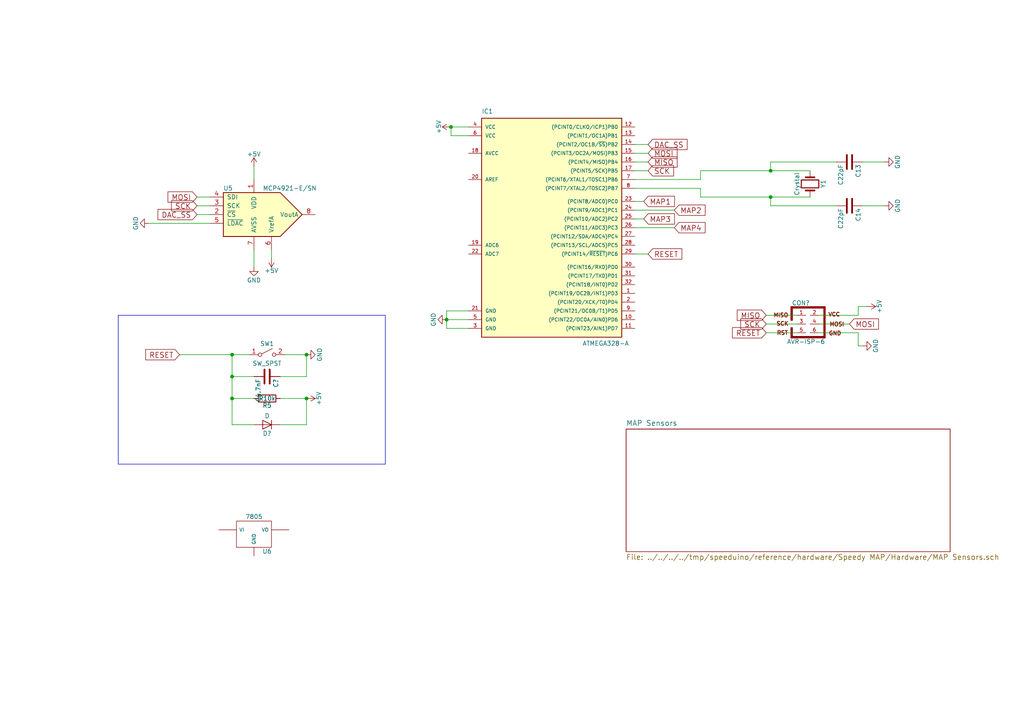
<source format=kicad_sch>
(kicad_sch (version 20230121) (generator eeschema)
  (paper "A4")
  (lib_symbols
    (symbol "SpeedyMAP-rescue:+5V" (power) (pin_names (offset 0))
      (property "Value" "+5V" (at 0 3.556 0))
      (symbol "+5V_0_1"
        (polyline (pts (xy -0.762 1.27) (xy 0 2.54)))
        (polyline (pts (xy 0 0) (xy 0 2.54)))
        (polyline (pts (xy 0 2.54) (xy 0.762 1.27)))
      )
      (symbol "+5V_1_1"
        (pin power_in line (at 0 0 90) (length 0) hide (name "+5V") (number "1"))
      )
    )
    (symbol "SpeedyMAP-rescue:7805" (pin_numbers hide) (pin_names (offset 0.762))
      (property "Reference" "U" (at 3.81 -4.9784 0))
      (property "Value" "7805" (at 0 5.08 0))
      (symbol "7805_0_1"
        (rectangle (start -5.08 -3.81) (end 5.08 3.81))
      )
      (symbol "7805_1_1"
        (pin input line (at 0 -6.35 90) (length 2.54) (name "GND") (number "GND"))
        (pin input line (at -10.16 1.27 0) (length 5.08) (name "VI") (number "VI"))
        (pin power_out line (at 10.16 1.27 180) (length 5.08) (name "VO") (number "VO"))
      )
    )
    (symbol "SpeedyMAP-rescue:ATMEGA328-A" (pin_names (offset 1.016))
      (property "Reference" "IC" (at -19.05 31.75 0))
      (property "Value" "ATMEGA328-A" (at 10.16 -35.56 0))
      (property "Footprint" "TQFP32" (at 0 0 0))
      (symbol "ATMEGA328-A_0_1"
        (rectangle (start -19.05 30.48) (end 21.59 -33.02) (stroke (width 0.254)) (fill (type background)))
      )
      (symbol "ATMEGA328-A_1_1"
        (pin bidirectional line (at 25.4 -20.32 180) (length 3.81) (name "(PCINT19/OC2B/INT1)PD3") (number "1"))
        (pin bidirectional line (at 25.4 -27.94 180) (length 3.81) (name "(PCINT22/OC0A/AIN0)PD6") (number "10"))
        (pin bidirectional line (at 25.4 -30.48 180) (length 3.81) (name "(PCINT23/AIN1)PD7") (number "11"))
        (pin bidirectional line (at 25.4 27.94 180) (length 3.81) (name "(PCINT0/CLKO/ICP1)PB0") (number "12"))
        (pin bidirectional line (at 25.4 25.4 180) (length 3.81) (name "(PCINT1/OC1A)PB1") (number "13"))
        (pin bidirectional line (at 25.4 22.86 180) (length 3.81) (name "(PCINT2/OC1B/~{SS})PB2") (number "14"))
        (pin bidirectional line (at 25.4 20.32 180) (length 3.81) (name "(PCINT3/OC2A/MOSI)PB3") (number "15"))
        (pin bidirectional line (at 25.4 17.78 180) (length 3.81) (name "(PCINT4/MISO)PB4") (number "16"))
        (pin bidirectional line (at 25.4 15.24 180) (length 3.81) (name "(PCINT5/SCK)PB5") (number "17"))
        (pin power_in line (at -22.86 20.32 0) (length 3.81) (name "AVCC") (number "18"))
        (pin input line (at -22.86 -6.35 0) (length 3.81) (name "ADC6") (number "19"))
        (pin bidirectional line (at 25.4 -22.86 180) (length 3.81) (name "(PCINT20/XCK/T0)PD4") (number "2"))
        (pin bidirectional line (at -22.86 12.7 0) (length 3.81) (name "AREF") (number "20"))
        (pin power_in line (at -22.86 -25.4 0) (length 3.81) (name "GND") (number "21"))
        (pin input line (at -22.86 -8.89 0) (length 3.81) (name "ADC7") (number "22"))
        (pin bidirectional line (at 25.4 6.35 180) (length 3.81) (name "(PCINT8/ADC0)PC0") (number "23"))
        (pin bidirectional line (at 25.4 3.81 180) (length 3.81) (name "(PCINT9/ADC1)PC1") (number "24"))
        (pin bidirectional line (at 25.4 1.27 180) (length 3.81) (name "(PCINT10/ADC2)PC2") (number "25"))
        (pin bidirectional line (at 25.4 -1.27 180) (length 3.81) (name "(PCINT11/ADC3)PC3") (number "26"))
        (pin bidirectional line (at 25.4 -3.81 180) (length 3.81) (name "(PCINT12/SDA/ADC4)PC4") (number "27"))
        (pin bidirectional line (at 25.4 -6.35 180) (length 3.81) (name "(PCINT13/SCL/ADC5)PC5") (number "28"))
        (pin bidirectional line (at 25.4 -8.89 180) (length 3.81) (name "(PCINT14/~{RESET})PC6") (number "29"))
        (pin power_in line (at -22.86 -30.48 0) (length 3.81) (name "GND") (number "3"))
        (pin bidirectional line (at 25.4 -12.7 180) (length 3.81) (name "(PCINT16/RXD)PD0") (number "30"))
        (pin bidirectional line (at 25.4 -15.24 180) (length 3.81) (name "(PCINT17/TXD)PD1") (number "31"))
        (pin bidirectional line (at 25.4 -17.78 180) (length 3.81) (name "(PCINT18/INT0)PD2") (number "32"))
        (pin power_in line (at -22.86 27.94 0) (length 3.81) (name "VCC") (number "4"))
        (pin power_in line (at -22.86 -27.94 0) (length 3.81) (name "GND") (number "5"))
        (pin power_in line (at -22.86 25.4 0) (length 3.81) (name "VCC") (number "6"))
        (pin bidirectional line (at 25.4 12.7 180) (length 3.81) (name "(PCINT6/XTAL1/TOSC1)PB6") (number "7"))
        (pin bidirectional line (at 25.4 10.16 180) (length 3.81) (name "(PCINT7/XTAL2/TOSC2)PB7") (number "8"))
        (pin bidirectional line (at 25.4 -25.4 180) (length 3.81) (name "(PCINT21/OC0B/T1)PD5") (number "9"))
      )
    )
    (symbol "SpeedyMAP-rescue:AVR-ISP-6" (pin_names (offset 1.016))
      (property "Reference" "CON" (at -2.667 6.096 0))
      (property "Value" "AVR-ISP-6" (at -6.731 -5.842 0))
      (symbol "AVR-ISP-6_0_0"
        (text "SCK" (at -8.001 0.127 0) (effects (font (size 1.143 1.143) bold)))
        (text "VCC" (at 6.985 2.794 0) (effects (font (size 1.143 1.143) bold)))
      )
      (symbol "AVR-ISP-6_0_1"
        (rectangle (start -5.207 -3.556) (end 4.191 -4.064) (fill (type outline)))
        (rectangle (start -5.207 5.08) (end 3.937 4.572) (fill (type outline)))
        (rectangle (start -5.08 -4.064) (end -5.588 -1.016) (fill (type outline)))
        (rectangle (start -5.08 5.08) (end -5.588 1.016) (fill (type outline)))
        (rectangle (start 3.937 5.08) (end 4.445 -4.064) (fill (type outline)))
      )
      (symbol "AVR-ISP-6_1_0"
        (text "GND" (at 7.239 -2.667 0) (effects (font (size 1.143 1.143) bold)))
        (text "MISO" (at -8.4582 2.5908 0) (effects (font (size 1.143 1.143) bold)))
        (text "MOSI" (at 7.7978 -0.0508 0) (effects (font (size 1.143 1.143) bold)))
        (text "RST" (at -8.001 -2.54 0) (effects (font (size 1.143 1.143) bold)))
      )
      (symbol "AVR-ISP-6_1_1"
        (pin passive line (at -3.81 2.54 0) (length 2.54) (name "~") (number "1"))
        (pin passive line (at 2.54 2.54 180) (length 2.54) (name "~") (number "2"))
        (pin passive line (at -3.81 0 0) (length 2.54) (name "~") (number "3"))
        (pin passive line (at 2.54 0 180) (length 2.54) (name "~") (number "4"))
        (pin passive line (at -3.81 -2.54 0) (length 2.54) (name "~") (number "5"))
        (pin passive line (at 2.54 -2.54 180) (length 2.54) (name "~") (number "6"))
      )
    )
    (symbol "SpeedyMAP-rescue:C" (pin_numbers hide) (pin_names (offset 0.254))
      (property "Reference" "C" (at 0.635 2.54 0))
      (property "Value" "C" (at 0.635 -2.54 0))
      (symbol "C_0_1"
        (polyline (pts (xy -2.032 -0.762) (xy 2.032 -0.762)) (stroke (width 0.508)))
        (polyline (pts (xy -2.032 0.762) (xy 2.032 0.762)) (stroke (width 0.508)))
      )
      (symbol "C_1_1"
        (pin passive line (at 0 3.81 270) (length 2.794) (name "~") (number "1"))
        (pin passive line (at 0 -3.81 90) (length 2.794) (name "~") (number "2"))
      )
    )
    (symbol "SpeedyMAP-rescue:Crystal" (pin_numbers hide) (pin_names (offset 1.016) hide)
      (property "Reference" "Y" (at 0 3.81 0))
      (property "Value" "Crystal" (at 0 -3.81 0))
      (symbol "Crystal_0_1"
        (rectangle (start -1.143 2.54) (end 1.143 -2.54) (stroke (width 0.3048)))
        (polyline (pts (xy -2.54 0) (xy -1.905 0)))
        (polyline (pts (xy -1.905 -1.27) (xy -1.905 1.27)) (stroke (width 0.508)))
        (polyline (pts (xy 1.905 -1.27) (xy 1.905 1.27)) (stroke (width 0.508)))
        (polyline (pts (xy 2.54 0) (xy 1.905 0)))
      )
      (symbol "Crystal_1_1"
        (pin passive line (at -3.81 0 0) (length 1.27) (name "1") (number "1"))
        (pin passive line (at 3.81 0 180) (length 1.27) (name "2") (number "2"))
      )
    )
    (symbol "SpeedyMAP-rescue:D" (pin_numbers hide) (pin_names (offset 1.016) hide)
      (property "Reference" "D" (at 0 2.54 0))
      (property "Value" "D" (at 0 -2.54 0))
      (symbol "D_0_1"
        (polyline (pts (xy -1.27 1.27) (xy -1.27 -1.27)) (stroke (width 0.2032)))
        (polyline (pts (xy 1.27 0) (xy -1.27 0)))
        (polyline (pts (xy 1.27 1.27) (xy 1.27 -1.27) (xy -1.27 0) (xy 1.27 1.27)) (stroke (width 0.2032)))
      )
      (symbol "D_1_1"
        (pin passive line (at -3.81 0 0) (length 2.54) (name "K") (number "1"))
        (pin passive line (at 3.81 0 180) (length 2.54) (name "A") (number "2"))
      )
    )
    (symbol "SpeedyMAP-rescue:GND" (power) (pin_names (offset 0))
      (property "Value" "GND" (at 0 -3.81 0))
      (symbol "GND_0_1"
        (polyline (pts (xy 0 0) (xy 0 -1.27) (xy 1.27 -1.27) (xy 0 -2.54) (xy -1.27 -1.27) (xy 0 -1.27)))
      )
      (symbol "GND_1_1"
        (pin power_in line (at 0 0 270) (length 0) hide (name "GND") (number "1"))
      )
    )
    (symbol "SpeedyMAP-rescue:MCP4921-E/SN" (pin_names (offset 1.016))
      (property "Reference" "U" (at -11.43 7.62 0))
      (property "Value" "MCP4921-E/SN" (at 0 7.62 0))
      (symbol "MCP4921-E/SN_0_1"
        (polyline (pts (xy -11.43 6.35) (xy 5.08 6.35) (xy 11.43 0) (xy 5.08 -6.35) (xy -11.43 -6.35) (xy -11.43 6.35)) (stroke (width 0.254)) (fill (type background)))
      )
      (symbol "MCP4921-E/SN_1_1"
        (pin power_in line (at -2.54 10.16 270) (length 3.81) (name "VDD") (number "1"))
        (pin input line (at -15.24 0 0) (length 3.81) (name "~{CS}") (number "2"))
        (pin input line (at -15.24 2.54 0) (length 3.81) (name "SCK") (number "3"))
        (pin input line (at -15.24 5.08 0) (length 3.81) (name "SDI") (number "4"))
        (pin input line (at -15.24 -2.54 0) (length 3.81) (name "~{LDAC}") (number "5"))
        (pin passive line (at 2.54 -10.16 90) (length 3.81) (name "VrefA") (number "6"))
        (pin power_in line (at -2.54 -10.16 90) (length 3.81) (name "AVSS") (number "7"))
        (pin passive line (at 15.24 0 180) (length 3.81) (name "VoutA") (number "8"))
      )
    )
    (symbol "SpeedyMAP-rescue:R" (pin_numbers hide) (pin_names (offset 0))
      (property "Reference" "R" (at 2.032 0 90))
      (property "Value" "R" (at 0 0 90))
      (symbol "R_0_1"
        (rectangle (start -1.016 -2.54) (end 1.016 2.54) (stroke (width 0.254)))
      )
      (symbol "R_1_1"
        (pin passive line (at 0 3.81 270) (length 1.27) (name "~") (number "1"))
        (pin passive line (at 0 -3.81 90) (length 1.27) (name "~") (number "2"))
      )
    )
    (symbol "SpeedyMAP-rescue:SW_SPST" (pin_names (offset 0) hide)
      (property "Reference" "SW" (at 0 3.175 0))
      (property "Value" "SW_SPST" (at 0 -2.54 0))
      (symbol "SW_SPST_0_0"
        (circle (center -2.032 0) (radius 0.508))
        (polyline (pts (xy -1.524 0.254) (xy 1.524 1.778)))
        (circle (center 2.032 0) (radius 0.508))
      )
      (symbol "SW_SPST_1_1"
        (pin input line (at -5.08 0 0) (length 2.54) (name "A") (number "1"))
        (pin input line (at 5.08 0 180) (length 2.54) (name "B") (number "2"))
      )
    )
  )
  (junction (at 223.52 57.15))
  (junction (at 223.52 49.53))
  (junction (at 67.31 115.57))
  (junction (at 88.9 102.87))
  (junction (at 67.31 109.22))
  (junction (at 130.81 36.83))
  (junction (at 67.31 102.87))
  (junction (at 88.9 115.57))
  (junction (at 129.54 92.71))
  (wire (pts (xy 248.92 100.33) (xy 250.19 100.33)))
  (wire (pts (xy 223.52 49.53) (xy 234.95 49.53)))
  (wire (pts (xy 67.31 102.87) (xy 67.31 109.22)))
  (wire (pts (xy 130.81 39.37) (xy 130.81 36.83)))
  (wire (pts (xy 187.96 46.99) (xy 184.15 46.99)))
  (wire (pts (xy 67.31 102.87) (xy 72.39 102.87)))
  (wire (pts (xy 184.15 63.5) (xy 186.69 63.5)))
  (wire (pts (xy 67.31 115.57) (xy 67.31 123.19)))
  (wire (pts (xy 184.15 52.07) (xy 203.2 52.07)))
  (wire (pts (xy 73.66 48.26) (xy 73.66 52.07)))
  (wire (pts (xy 187.96 44.45) (xy 184.15 44.45)))
  (wire (pts (xy 81.28 109.22) (xy 88.9 109.22)))
  (polyline (pts (xy 34.29 134.62) (xy 34.29 91.44)))
  (wire (pts (xy 223.52 46.99) (xy 242.57 46.99)))
  (wire (pts (xy 237.49 96.52) (xy 248.92 96.52)))
  (polyline (pts (xy 111.76 91.44) (xy 111.76 134.62)))
  (wire (pts (xy 250.19 46.99) (xy 256.54 46.99)))
  (wire (pts (xy 57.15 59.69) (xy 60.96 59.69)))
  (wire (pts (xy 223.52 49.53) (xy 223.52 46.99)))
  (wire (pts (xy 203.2 52.07) (xy 203.2 49.53)))
  (wire (pts (xy 184.15 66.04) (xy 195.58 66.04)))
  (wire (pts (xy 248.92 88.9) (xy 251.46 88.9)))
  (wire (pts (xy 187.96 49.53) (xy 184.15 49.53)))
  (wire (pts (xy 222.25 93.98) (xy 231.14 93.98)))
  (wire (pts (xy 78.74 74.93) (xy 78.74 72.39)))
  (wire (pts (xy 88.9 102.87) (xy 82.55 102.87)))
  (wire (pts (xy 248.92 91.44) (xy 248.92 88.9)))
  (wire (pts (xy 88.9 109.22) (xy 88.9 102.87)))
  (polyline (pts (xy 111.76 134.62) (xy 34.29 134.62)))
  (wire (pts (xy 81.28 123.19) (xy 88.9 123.19)))
  (wire (pts (xy 67.31 109.22) (xy 73.66 109.22)))
  (wire (pts (xy 88.9 115.57) (xy 81.28 115.57)))
  (wire (pts (xy 223.52 57.15) (xy 223.52 59.69)))
  (wire (pts (xy 57.15 57.15) (xy 60.96 57.15)))
  (wire (pts (xy 223.52 59.69) (xy 242.57 59.69)))
  (wire (pts (xy 203.2 57.15) (xy 223.52 57.15)))
  (wire (pts (xy 184.15 60.96) (xy 195.58 60.96)))
  (wire (pts (xy 67.31 123.19) (xy 73.66 123.19)))
  (wire (pts (xy 135.89 39.37) (xy 130.81 39.37)))
  (wire (pts (xy 129.54 92.71) (xy 135.89 92.71)))
  (wire (pts (xy 135.89 90.17) (xy 129.54 90.17)))
  (wire (pts (xy 129.54 92.71) (xy 129.54 95.25)))
  (wire (pts (xy 43.18 64.77) (xy 60.96 64.77)))
  (wire (pts (xy 88.9 123.19) (xy 88.9 115.57)))
  (wire (pts (xy 222.25 96.52) (xy 231.14 96.52)))
  (wire (pts (xy 73.66 77.47) (xy 73.66 72.39)))
  (wire (pts (xy 250.19 59.69) (xy 256.54 59.69)))
  (wire (pts (xy 246.38 93.98) (xy 237.49 93.98)))
  (wire (pts (xy 184.15 58.42) (xy 186.69 58.42)))
  (wire (pts (xy 187.96 73.66) (xy 184.15 73.66)))
  (wire (pts (xy 130.81 36.83) (xy 135.89 36.83)))
  (wire (pts (xy 184.15 54.61) (xy 203.2 54.61)))
  (wire (pts (xy 129.54 90.17) (xy 129.54 92.71)))
  (wire (pts (xy 203.2 49.53) (xy 223.52 49.53)))
  (wire (pts (xy 187.96 41.91) (xy 184.15 41.91)))
  (wire (pts (xy 223.52 57.15) (xy 234.95 57.15)))
  (polyline (pts (xy 34.29 91.44) (xy 111.76 91.44)))
  (wire (pts (xy 248.92 96.52) (xy 248.92 100.33)))
  (wire (pts (xy 222.25 91.44) (xy 231.14 91.44)))
  (wire (pts (xy 237.49 91.44) (xy 248.92 91.44)))
  (wire (pts (xy 52.07 102.87) (xy 67.31 102.87)))
  (wire (pts (xy 129.54 95.25) (xy 135.89 95.25)))
  (wire (pts (xy 203.2 54.61) (xy 203.2 57.15)))
  (wire (pts (xy 67.31 115.57) (xy 73.66 115.57)))
  (wire (pts (xy 57.15 62.23) (xy 60.96 62.23)))
  (wire (pts (xy 67.31 109.22) (xy 67.31 115.57)))
  (global_label "SCK" (shape input) (at 187.96 49.53 0) (effects (font (size 1.524 1.524))) (property "Intersheetrefs" "${INTERSHEET_REFS}" (effects hide)))
  (global_label "SCK" (shape input) (at 222.25 93.98 180) (effects (font (size 1.524 1.524))) (property "Intersheetrefs" "${INTERSHEET_REFS}" (effects hide)))
  (global_label "DAC_SS" (shape input) (at 57.15 62.23 180) (effects (font (size 1.524 1.524))) (property "Intersheetrefs" "${INTERSHEET_REFS}" (effects hide)))
  (global_label "DAC_SS" (shape input) (at 187.96 41.91 0) (effects (font (size 1.524 1.524))) (property "Intersheetrefs" "${INTERSHEET_REFS}" (effects hide)))
  (global_label "MAP3" (shape input) (at 186.69 63.5 0) (effects (font (size 1.524 1.524))) (property "Intersheetrefs" "${INTERSHEET_REFS}" (effects hide)))
  (global_label "MAP1" (shape input) (at 186.69 58.42 0) (effects (font (size 1.524 1.524))) (property "Intersheetrefs" "${INTERSHEET_REFS}" (effects hide)))
  (global_label "RESET" (shape input) (at 222.25 96.52 180) (effects (font (size 1.524 1.524))) (property "Intersheetrefs" "${INTERSHEET_REFS}" (effects hide)))
  (global_label "MISO" (shape input) (at 187.96 46.99 0) (effects (font (size 1.524 1.524))) (property "Intersheetrefs" "${INTERSHEET_REFS}" (effects hide)))
  (global_label "MOSI" (shape input) (at 187.96 44.45 0) (effects (font (size 1.524 1.524))) (property "Intersheetrefs" "${INTERSHEET_REFS}" (effects hide)))
  (global_label "MAP4" (shape input) (at 195.58 66.04 0) (effects (font (size 1.524 1.524))) (property "Intersheetrefs" "${INTERSHEET_REFS}" (effects hide)))
  (global_label "MISO" (shape input) (at 222.25 91.44 180) (effects (font (size 1.524 1.524))) (property "Intersheetrefs" "${INTERSHEET_REFS}" (effects hide)))
  (global_label "MOSI" (shape input) (at 57.15 57.15 180) (effects (font (size 1.524 1.524))) (property "Intersheetrefs" "${INTERSHEET_REFS}" (effects hide)))
  (global_label "MOSI" (shape input) (at 246.38 93.98 0) (effects (font (size 1.524 1.524))) (property "Intersheetrefs" "${INTERSHEET_REFS}" (effects hide)))
  (global_label "RESET" (shape input) (at 187.96 73.66 0) (effects (font (size 1.524 1.524))) (property "Intersheetrefs" "${INTERSHEET_REFS}" (effects hide)))
  (global_label "SCK" (shape input) (at 57.15 59.69 180) (effects (font (size 1.524 1.524))) (property "Intersheetrefs" "${INTERSHEET_REFS}" (effects hide)))
  (global_label "MAP2" (shape input) (at 195.58 60.96 0) (effects (font (size 1.524 1.524))) (property "Intersheetrefs" "${INTERSHEET_REFS}" (effects hide)))
  (global_label "RESET" (shape input) (at 52.07 102.87 180) (effects (font (size 1.524 1.524))) (property "Intersheetrefs" "${INTERSHEET_REFS}" (effects hide)))
  (symbol (lib_id "SpeedyMAP-rescue:ATMEGA328-A") (at 158.75 64.77 0) (unit 1)
    (property "Reference" "IC1" (at 139.7 33.02 0) (effects (justify left bottom)))
    (property "Value" "ATMEGA328-A" (at 168.91 100.33 0) (effects (justify left bottom)))
    (property "Footprint" "Housings_QFP:TQFP-32_7x7mm_Pitch0.8mm" (effects hide))
  )
  (symbol (lib_id "SpeedyMAP-rescue:Crystal") (at 234.95 53.34 270) (unit 1)
    (property "Reference" "Y1" (at 238.76 53.34 0))
    (property "Value" "Crystal" (at 231.14 53.34 0))
    (property "Footprint" "Crystals:Crystal_HC49-SD_SMD" (effects hide))
  )
  (symbol (lib_id "SpeedyMAP-rescue:C") (at 246.38 46.99 270) (unit 1)
    (property "Reference" "C13" (at 248.92 47.625 0) (effects (justify left)))
    (property "Value" "C22pF" (at 243.84 47.625 0) (effects (justify left)))
    (property "Footprint" "Capacitors_SMD:C_0805_HandSoldering" (effects hide))
  )
  (symbol (lib_id "SpeedyMAP-rescue:GND") (at 256.54 46.99 90) (unit 1)
    (property "Reference" "#PWR9" (effects hide))
    (property "Value" "GND" (at 260.35 46.99 0))
  )
  (symbol (lib_id "SpeedyMAP-rescue:GND") (at 256.54 59.69 90) (unit 1)
    (property "Reference" "#PWR10" (effects hide))
    (property "Value" "GND" (at 260.35 59.69 0))
  )
  (symbol (lib_id "SpeedyMAP-rescue:C") (at 246.38 59.69 270) (unit 1)
    (property "Reference" "C14" (at 248.92 60.325 0) (effects (justify left)))
    (property "Value" "C22pF" (at 243.84 60.325 0) (effects (justify left)))
    (property "Footprint" "Capacitors_SMD:C_0805_HandSoldering" (effects hide))
  )
  (symbol (lib_id "SpeedyMAP-rescue:SW_SPST") (at 77.47 102.87 0) (unit 1)
    (property "Reference" "SW1" (at 77.47 99.695 0))
    (property "Value" "SW_SPST" (at 77.47 105.41 0))
    (property "Footprint" "Buttons_Switches_ThroughHole:SW_TH_Tactile_Omron_B3F-10xx" (effects hide))
    (property "Part Number" "B3F-1002" (effects hide))
  )
  (symbol (lib_id "SpeedyMAP-rescue:GND") (at 88.9 102.87 90) (unit 1)
    (property "Reference" "#PWR7" (effects hide))
    (property "Value" "GND" (at 92.71 102.87 0))
  )
  (symbol (lib_id "SpeedyMAP-rescue:R") (at 77.47 115.57 270) (unit 1)
    (property "Reference" "R5" (at 77.47 117.602 90))
    (property "Value" "R10k" (at 77.47 115.57 90))
    (property "Footprint" "Resistors_SMD:R_0805_HandSoldering" (effects hide))
  )
  (symbol (lib_id "SpeedyMAP-rescue:+5V") (at 88.9 115.57 270) (unit 1)
    (property "Reference" "#PWR8" (effects hide))
    (property "Value" "+5V" (at 92.456 115.57 0))
  )
  (symbol (lib_id "SpeedyMAP-rescue:+5V") (at 130.81 36.83 90) (unit 1)
    (property "Reference" "#PWR6" (effects hide))
    (property "Value" "+5V" (at 127.254 36.83 0))
  )
  (symbol (lib_id "SpeedyMAP-rescue:GND") (at 129.54 92.71 270) (unit 1)
    (property "Reference" "#PWR5" (effects hide))
    (property "Value" "GND" (at 125.73 92.71 0))
  )
  (symbol (lib_id "SpeedyMAP-rescue:MCP4921-E/SN") (at 76.2 62.23 0) (unit 1)
    (property "Reference" "U5" (at 64.77 54.61 0) (effects (justify left)))
    (property "Value" "MCP4921-E/SN" (at 76.2 54.61 0) (effects (justify left)))
    (property "Footprint" "Housings_SOIC:SOIC-8_3.9x4.9mm_Pitch1.27mm" (effects hide))
  )
  (symbol (lib_id "SpeedyMAP-rescue:GND") (at 73.66 77.47 0) (unit 1)
    (property "Reference" "#PWR3" (effects hide))
    (property "Value" "GND" (at 73.66 81.28 0))
  )
  (symbol (lib_id "SpeedyMAP-rescue:+5V") (at 78.74 74.93 180) (unit 1)
    (property "Reference" "#PWR4" (effects hide))
    (property "Value" "+5V" (at 78.74 78.486 0))
  )
  (symbol (lib_id "SpeedyMAP-rescue:+5V") (at 73.66 48.26 0) (unit 1)
    (property "Reference" "#PWR2" (effects hide))
    (property "Value" "+5V" (at 73.66 44.704 0))
  )
  (symbol (lib_id "SpeedyMAP-rescue:GND") (at 43.18 64.77 270) (unit 1)
    (property "Reference" "#PWR1" (effects hide))
    (property "Value" "GND" (at 39.37 64.77 0))
  )
  (symbol (lib_id "SpeedyMAP-rescue:7805") (at 73.66 154.94 0) (unit 1)
    (property "Reference" "U6" (at 77.47 159.9184 0))
    (property "Value" "7805" (at 73.66 149.86 0))
  )
  (symbol (lib_id "SpeedyMAP-rescue:C") (at 77.47 109.22 270) (unit 1)
    (property "Reference" "C?" (at 80.01 109.855 0) (effects (justify left)))
    (property "Value" "C4.7nF" (at 74.93 109.855 0) (effects (justify left)))
  )
  (symbol (lib_id "SpeedyMAP-rescue:D") (at 77.47 123.19 180) (unit 1)
    (property "Reference" "D?" (at 77.47 125.73 0))
    (property "Value" "D" (at 77.47 120.65 0))
  )
  (symbol (lib_id "SpeedyMAP-rescue:AVR-ISP-6") (at 234.95 93.98 0) (unit 1)
    (property "Reference" "CON?" (at 232.283 87.884 0))
    (property "Value" "AVR-ISP-6" (at 228.219 99.822 0) (effects (justify left bottom)))
    (property "Footprint" "AVR-ISP-6" (effects hide))
  )
  (symbol (lib_id "SpeedyMAP-rescue:GND") (at 250.19 100.33 90) (unit 1)
    (property "Reference" "#PWR?" (effects hide))
    (property "Value" "GND" (at 254 100.33 0))
  )
  (symbol (lib_id "SpeedyMAP-rescue:+5V") (at 251.46 88.9 270) (unit 1)
    (property "Reference" "#PWR?" (effects hide))
    (property "Value" "+5V" (at 255.016 88.9 0))
  )
  (sheet (at 181.61 124.46) (size 93.98 35.56)
    (property "Sheetname" "MAP Sensors" (at 181.61 123.6214 0) (effects (font (size 1.524 1.524)) (justify left bottom)))
    (property "Sheetfile" "../../../../tmp/speeduino/reference/hardware/Speedy MAP/Hardware/MAP Sensors.sch" (at 181.61 160.7062 0) (effects (font (size 1.524 1.524)) (justify left top)))
  )
)
</source>
